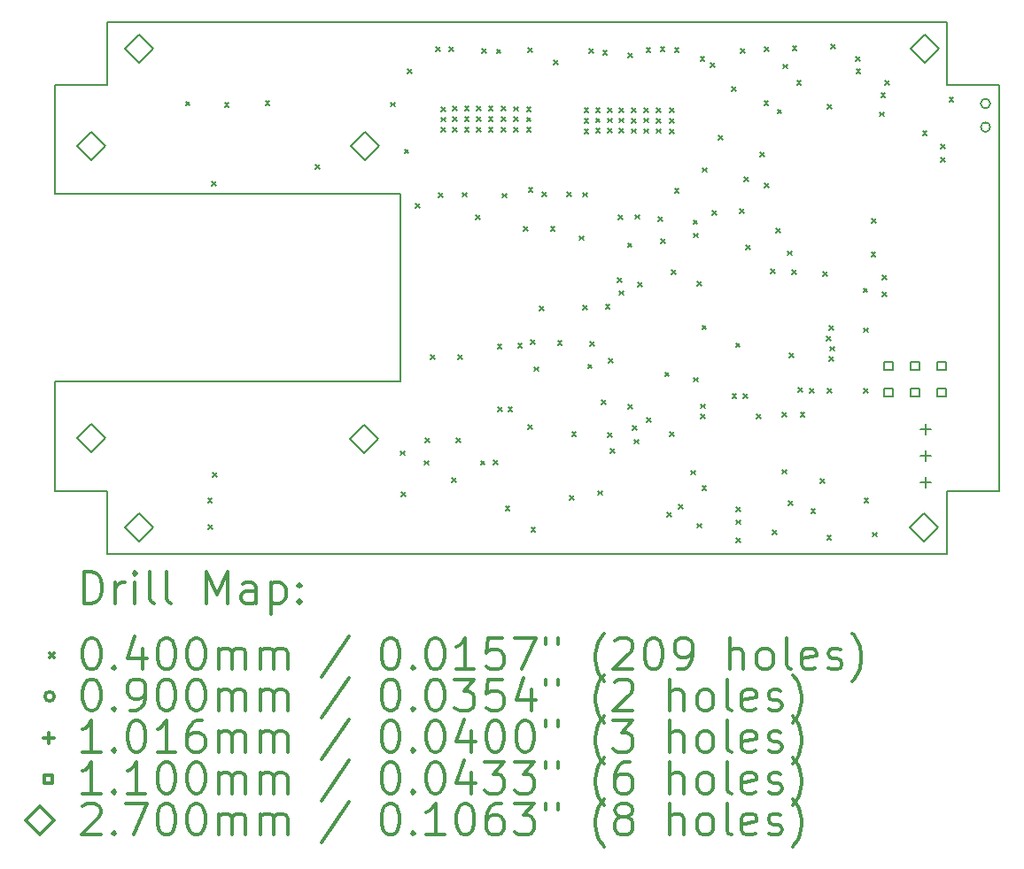
<source format=gbr>
%FSLAX45Y45*%
G04 Gerber Fmt 4.5, Leading zero omitted, Abs format (unit mm)*
G04 Created by KiCad (PCBNEW (5.1.10)-1) date 2021-07-14 15:22:44*
%MOMM*%
%LPD*%
G01*
G04 APERTURE LIST*
%TA.AperFunction,Profile*%
%ADD10C,0.203200*%
%TD*%
%ADD11C,0.200000*%
%ADD12C,0.300000*%
G04 APERTURE END LIST*
D10*
X15578460Y-9779300D02*
X15578460Y-11575080D01*
X12279000Y-9779300D02*
X15578460Y-9779300D01*
X12279000Y-8732820D02*
X12279000Y-9779300D01*
X20798160Y-8133380D02*
X12776840Y-8133380D01*
X21298540Y-8732820D02*
X21298540Y-8732820D01*
X12776840Y-12621560D02*
X12776840Y-13221000D01*
X15578460Y-11575080D02*
X12279000Y-11575080D01*
X12776840Y-8732820D02*
X12279000Y-8732820D01*
X12279000Y-12621560D02*
X12776840Y-12621560D01*
X21298540Y-12621560D02*
X21298540Y-8732820D01*
X20798160Y-12621560D02*
X21298540Y-12621560D01*
X20798160Y-13221000D02*
X20798160Y-12621560D01*
X12776840Y-13221000D02*
X20798160Y-13221000D01*
X20798160Y-8732820D02*
X20798160Y-8133380D01*
X21298540Y-8732820D02*
X20798160Y-8732820D01*
X12279000Y-11575080D02*
X12279000Y-12621560D01*
X12776840Y-8133380D02*
X12776840Y-8732820D01*
D11*
X13526000Y-8894000D02*
X13566000Y-8934000D01*
X13566000Y-8894000D02*
X13526000Y-8934000D01*
X13738000Y-12693000D02*
X13778000Y-12733000D01*
X13778000Y-12693000D02*
X13738000Y-12733000D01*
X13741000Y-12943000D02*
X13781000Y-12983000D01*
X13781000Y-12943000D02*
X13741000Y-12983000D01*
X13775000Y-9661000D02*
X13815000Y-9701000D01*
X13815000Y-9661000D02*
X13775000Y-9701000D01*
X13782000Y-12447000D02*
X13822000Y-12487000D01*
X13822000Y-12447000D02*
X13782000Y-12487000D01*
X13897000Y-8906000D02*
X13937000Y-8946000D01*
X13937000Y-8906000D02*
X13897000Y-8946000D01*
X14288000Y-8892000D02*
X14328000Y-8932000D01*
X14328000Y-8892000D02*
X14288000Y-8932000D01*
X14764000Y-9500000D02*
X14804000Y-9540000D01*
X14804000Y-9500000D02*
X14764000Y-9540000D01*
X15488000Y-8903000D02*
X15528000Y-8943000D01*
X15528000Y-8903000D02*
X15488000Y-8943000D01*
X15579000Y-12239000D02*
X15619000Y-12279000D01*
X15619000Y-12239000D02*
X15579000Y-12279000D01*
X15590000Y-12635000D02*
X15630000Y-12675000D01*
X15630000Y-12635000D02*
X15590000Y-12675000D01*
X15617234Y-9352766D02*
X15657234Y-9392766D01*
X15657234Y-9352766D02*
X15617234Y-9392766D01*
X15646370Y-8586370D02*
X15686370Y-8626370D01*
X15686370Y-8586370D02*
X15646370Y-8626370D01*
X15720501Y-9871000D02*
X15760501Y-9911000D01*
X15760501Y-9871000D02*
X15720501Y-9911000D01*
X15805000Y-12332000D02*
X15845000Y-12372000D01*
X15845000Y-12332000D02*
X15805000Y-12372000D01*
X15813000Y-12113000D02*
X15853000Y-12153000D01*
X15853000Y-12113000D02*
X15813000Y-12153000D01*
X15868000Y-11323000D02*
X15908000Y-11363000D01*
X15908000Y-11323000D02*
X15868000Y-11363000D01*
X15915500Y-8371500D02*
X15955500Y-8411500D01*
X15955500Y-8371500D02*
X15915500Y-8411500D01*
X15943000Y-9770000D02*
X15983000Y-9810000D01*
X15983000Y-9770000D02*
X15943000Y-9810000D01*
X15970000Y-8947000D02*
X16010000Y-8987000D01*
X16010000Y-8947000D02*
X15970000Y-8987000D01*
X15970000Y-9047000D02*
X16010000Y-9087000D01*
X16010000Y-9047000D02*
X15970000Y-9087000D01*
X15970000Y-9147000D02*
X16010000Y-9187000D01*
X16010000Y-9147000D02*
X15970000Y-9187000D01*
X16041766Y-8371766D02*
X16081766Y-8411766D01*
X16081766Y-8371766D02*
X16041766Y-8411766D01*
X16070000Y-12498000D02*
X16110000Y-12538000D01*
X16110000Y-12498000D02*
X16070000Y-12538000D01*
X16079609Y-8942609D02*
X16119609Y-8982609D01*
X16119609Y-8942609D02*
X16079609Y-8982609D01*
X16079609Y-9042609D02*
X16119609Y-9082609D01*
X16119609Y-9042609D02*
X16079609Y-9082609D01*
X16079609Y-9142609D02*
X16119609Y-9182609D01*
X16119609Y-9142609D02*
X16079609Y-9182609D01*
X16113000Y-12119000D02*
X16153000Y-12159000D01*
X16153000Y-12119000D02*
X16113000Y-12159000D01*
X16130000Y-11320000D02*
X16170000Y-11360000D01*
X16170000Y-11320000D02*
X16130000Y-11360000D01*
X16171000Y-9767000D02*
X16211000Y-9807000D01*
X16211000Y-9767000D02*
X16171000Y-9807000D01*
X16193000Y-8942000D02*
X16233000Y-8982000D01*
X16233000Y-8942000D02*
X16193000Y-8982000D01*
X16193000Y-9042000D02*
X16233000Y-9082000D01*
X16233000Y-9042000D02*
X16193000Y-9082000D01*
X16193000Y-9142000D02*
X16233000Y-9182000D01*
X16233000Y-9142000D02*
X16193000Y-9182000D01*
X16297000Y-9980000D02*
X16337000Y-10020000D01*
X16337000Y-9980000D02*
X16297000Y-10020000D01*
X16307000Y-8942000D02*
X16347000Y-8982000D01*
X16347000Y-8942000D02*
X16307000Y-8982000D01*
X16307000Y-9042000D02*
X16347000Y-9082000D01*
X16347000Y-9042000D02*
X16307000Y-9082000D01*
X16307000Y-9142000D02*
X16347000Y-9182000D01*
X16347000Y-9142000D02*
X16307000Y-9182000D01*
X16345000Y-12332000D02*
X16385000Y-12372000D01*
X16385000Y-12332000D02*
X16345000Y-12372000D01*
X16358000Y-8393000D02*
X16398000Y-8433000D01*
X16398000Y-8393000D02*
X16358000Y-8433000D01*
X16422000Y-8944000D02*
X16462000Y-8984000D01*
X16462000Y-8944000D02*
X16422000Y-8984000D01*
X16422000Y-9044000D02*
X16462000Y-9084000D01*
X16462000Y-9044000D02*
X16422000Y-9084000D01*
X16422000Y-9144000D02*
X16462000Y-9184000D01*
X16462000Y-9144000D02*
X16422000Y-9184000D01*
X16464750Y-12329750D02*
X16504750Y-12369750D01*
X16504750Y-12329750D02*
X16464750Y-12369750D01*
X16497000Y-8394000D02*
X16537000Y-8434000D01*
X16537000Y-8394000D02*
X16497000Y-8434000D01*
X16505000Y-11220000D02*
X16545000Y-11260000D01*
X16545000Y-11220000D02*
X16505000Y-11260000D01*
X16508000Y-11821000D02*
X16548000Y-11861000D01*
X16548000Y-11821000D02*
X16508000Y-11861000D01*
X16542000Y-8943000D02*
X16582000Y-8983000D01*
X16582000Y-8943000D02*
X16542000Y-8983000D01*
X16542000Y-9043000D02*
X16582000Y-9083000D01*
X16582000Y-9043000D02*
X16542000Y-9083000D01*
X16542000Y-9143000D02*
X16582000Y-9183000D01*
X16582000Y-9143000D02*
X16542000Y-9183000D01*
X16552000Y-9775000D02*
X16592000Y-9815000D01*
X16592000Y-9775000D02*
X16552000Y-9815000D01*
X16581000Y-12766000D02*
X16621000Y-12806000D01*
X16621000Y-12766000D02*
X16581000Y-12806000D01*
X16607993Y-11822176D02*
X16647993Y-11862176D01*
X16647993Y-11822176D02*
X16607993Y-11862176D01*
X16662000Y-8945000D02*
X16702000Y-8985000D01*
X16702000Y-8945000D02*
X16662000Y-8985000D01*
X16662000Y-9045000D02*
X16702000Y-9085000D01*
X16702000Y-9045000D02*
X16662000Y-9085000D01*
X16662000Y-9145000D02*
X16702000Y-9185000D01*
X16702000Y-9145000D02*
X16662000Y-9185000D01*
X16700000Y-11210000D02*
X16740000Y-11250000D01*
X16740000Y-11210000D02*
X16700000Y-11250000D01*
X16756000Y-10090000D02*
X16796000Y-10130000D01*
X16796000Y-10090000D02*
X16756000Y-10130000D01*
X16786000Y-8947000D02*
X16826000Y-8987000D01*
X16826000Y-8947000D02*
X16786000Y-8987000D01*
X16786000Y-9047000D02*
X16826000Y-9087000D01*
X16826000Y-9047000D02*
X16786000Y-9087000D01*
X16786000Y-9147000D02*
X16826000Y-9187000D01*
X16826000Y-9147000D02*
X16786000Y-9187000D01*
X16795000Y-8381000D02*
X16835000Y-8421000D01*
X16835000Y-8381000D02*
X16795000Y-8421000D01*
X16798000Y-11988000D02*
X16838000Y-12028000D01*
X16838000Y-11988000D02*
X16798000Y-12028000D01*
X16803000Y-9722000D02*
X16843000Y-9762000D01*
X16843000Y-9722000D02*
X16803000Y-9762000D01*
X16822000Y-11175000D02*
X16862000Y-11215000D01*
X16862000Y-11175000D02*
X16822000Y-11215000D01*
X16827000Y-12974000D02*
X16867000Y-13014000D01*
X16867000Y-12974000D02*
X16827000Y-13014000D01*
X16855000Y-11435000D02*
X16895000Y-11475000D01*
X16895000Y-11435000D02*
X16855000Y-11475000D01*
X16909000Y-10853000D02*
X16949000Y-10893000D01*
X16949000Y-10853000D02*
X16909000Y-10893000D01*
X16931655Y-9759501D02*
X16971655Y-9799501D01*
X16971655Y-9759501D02*
X16931655Y-9799501D01*
X17014000Y-10091000D02*
X17054000Y-10131000D01*
X17054000Y-10091000D02*
X17014000Y-10131000D01*
X17045000Y-8500000D02*
X17085000Y-8540000D01*
X17085000Y-8500000D02*
X17045000Y-8540000D01*
X17082000Y-11185000D02*
X17122000Y-11225000D01*
X17122000Y-11185000D02*
X17082000Y-11225000D01*
X17167500Y-9759501D02*
X17207500Y-9799501D01*
X17207500Y-9759501D02*
X17167500Y-9799501D01*
X17195000Y-12668000D02*
X17235000Y-12708000D01*
X17235000Y-12668000D02*
X17195000Y-12708000D01*
X17216000Y-12058000D02*
X17256000Y-12098000D01*
X17256000Y-12058000D02*
X17216000Y-12098000D01*
X17287000Y-10181000D02*
X17327000Y-10221000D01*
X17327000Y-10181000D02*
X17287000Y-10221000D01*
X17324000Y-10847000D02*
X17364000Y-10887000D01*
X17364000Y-10847000D02*
X17324000Y-10887000D01*
X17325000Y-9767000D02*
X17365000Y-9807000D01*
X17365000Y-9767000D02*
X17325000Y-9807000D01*
X17335000Y-8960000D02*
X17375000Y-9000000D01*
X17375000Y-8960000D02*
X17335000Y-9000000D01*
X17335000Y-9060000D02*
X17375000Y-9100000D01*
X17375000Y-9060000D02*
X17335000Y-9100000D01*
X17335000Y-9160000D02*
X17375000Y-9200000D01*
X17375000Y-9160000D02*
X17335000Y-9200000D01*
X17369000Y-11408000D02*
X17409000Y-11448000D01*
X17409000Y-11408000D02*
X17369000Y-11448000D01*
X17381000Y-8391000D02*
X17421000Y-8431000D01*
X17421000Y-8391000D02*
X17381000Y-8431000D01*
X17388000Y-11191000D02*
X17428000Y-11231000D01*
X17428000Y-11191000D02*
X17388000Y-11231000D01*
X17444609Y-8955609D02*
X17484609Y-8995609D01*
X17484609Y-8955609D02*
X17444609Y-8995609D01*
X17444609Y-9055609D02*
X17484609Y-9095609D01*
X17484609Y-9055609D02*
X17444609Y-9095609D01*
X17444609Y-9155609D02*
X17484609Y-9195609D01*
X17484609Y-9155609D02*
X17444609Y-9195609D01*
X17465000Y-12620000D02*
X17505000Y-12660000D01*
X17505000Y-12620000D02*
X17465000Y-12660000D01*
X17498851Y-11752095D02*
X17538851Y-11792095D01*
X17538851Y-11752095D02*
X17498851Y-11792095D01*
X17514000Y-8405000D02*
X17554000Y-8445000D01*
X17554000Y-8405000D02*
X17514000Y-8445000D01*
X17539000Y-10838000D02*
X17579000Y-10878000D01*
X17579000Y-10838000D02*
X17539000Y-10878000D01*
X17558000Y-8955000D02*
X17598000Y-8995000D01*
X17598000Y-8955000D02*
X17558000Y-8995000D01*
X17558000Y-9055000D02*
X17598000Y-9095000D01*
X17598000Y-9055000D02*
X17558000Y-9095000D01*
X17558000Y-9155000D02*
X17598000Y-9195000D01*
X17598000Y-9155000D02*
X17558000Y-9195000D01*
X17559000Y-12067000D02*
X17599000Y-12107000D01*
X17599000Y-12067000D02*
X17559000Y-12107000D01*
X17571000Y-11356000D02*
X17611000Y-11396000D01*
X17611000Y-11356000D02*
X17571000Y-11396000D01*
X17583000Y-12215001D02*
X17623000Y-12255001D01*
X17623000Y-12215001D02*
X17583000Y-12255001D01*
X17651266Y-10583734D02*
X17691266Y-10623734D01*
X17691266Y-10583734D02*
X17651266Y-10623734D01*
X17662000Y-9980000D02*
X17702000Y-10020000D01*
X17702000Y-9980000D02*
X17662000Y-10020000D01*
X17672000Y-8955000D02*
X17712000Y-8995000D01*
X17712000Y-8955000D02*
X17672000Y-8995000D01*
X17672000Y-9055000D02*
X17712000Y-9095000D01*
X17712000Y-9055000D02*
X17672000Y-9095000D01*
X17672000Y-9155000D02*
X17712000Y-9195000D01*
X17712000Y-9155000D02*
X17672000Y-9195000D01*
X17672000Y-10707000D02*
X17712000Y-10747000D01*
X17712000Y-10707000D02*
X17672000Y-10747000D01*
X17751242Y-10249212D02*
X17791242Y-10289212D01*
X17791242Y-10249212D02*
X17751242Y-10289212D01*
X17755000Y-11792000D02*
X17795000Y-11832000D01*
X17795000Y-11792000D02*
X17755000Y-11832000D01*
X17756000Y-8432000D02*
X17796000Y-8472000D01*
X17796000Y-8432000D02*
X17756000Y-8472000D01*
X17787000Y-8957000D02*
X17827000Y-8997000D01*
X17827000Y-8957000D02*
X17787000Y-8997000D01*
X17787000Y-9057000D02*
X17827000Y-9097000D01*
X17827000Y-9057000D02*
X17787000Y-9097000D01*
X17787000Y-9157000D02*
X17827000Y-9197000D01*
X17827000Y-9157000D02*
X17787000Y-9197000D01*
X17796000Y-11997000D02*
X17836000Y-12037000D01*
X17836000Y-11997000D02*
X17796000Y-12037000D01*
X17817000Y-12129500D02*
X17857000Y-12169500D01*
X17857000Y-12129500D02*
X17817000Y-12169500D01*
X17820000Y-9979000D02*
X17860000Y-10019000D01*
X17860000Y-9979000D02*
X17820000Y-10019000D01*
X17850000Y-10625000D02*
X17890000Y-10665000D01*
X17890000Y-10625000D02*
X17850000Y-10665000D01*
X17907000Y-8956000D02*
X17947000Y-8996000D01*
X17947000Y-8956000D02*
X17907000Y-8996000D01*
X17907000Y-9056000D02*
X17947000Y-9096000D01*
X17947000Y-9056000D02*
X17907000Y-9096000D01*
X17907000Y-9156000D02*
X17947000Y-9196000D01*
X17947000Y-9156000D02*
X17907000Y-9196000D01*
X17929000Y-8380000D02*
X17969000Y-8420000D01*
X17969000Y-8380000D02*
X17929000Y-8420000D01*
X17932000Y-11924000D02*
X17972000Y-11964000D01*
X17972000Y-11924000D02*
X17932000Y-11964000D01*
X18027000Y-8958000D02*
X18067000Y-8998000D01*
X18067000Y-8958000D02*
X18027000Y-8998000D01*
X18027000Y-9058000D02*
X18067000Y-9098000D01*
X18067000Y-9058000D02*
X18027000Y-9098000D01*
X18027000Y-9158000D02*
X18067000Y-9198000D01*
X18067000Y-9158000D02*
X18027000Y-9198000D01*
X18045000Y-9999000D02*
X18085000Y-10039000D01*
X18085000Y-9999000D02*
X18045000Y-10039000D01*
X18064000Y-8374000D02*
X18104000Y-8414000D01*
X18104000Y-8374000D02*
X18064000Y-8414000D01*
X18070000Y-10209000D02*
X18110000Y-10249000D01*
X18110000Y-10209000D02*
X18070000Y-10249000D01*
X18105000Y-11486000D02*
X18145000Y-11526000D01*
X18145000Y-11486000D02*
X18105000Y-11526000D01*
X18128000Y-12830000D02*
X18168000Y-12870000D01*
X18168000Y-12830000D02*
X18128000Y-12870000D01*
X18151000Y-8960000D02*
X18191000Y-9000000D01*
X18191000Y-8960000D02*
X18151000Y-9000000D01*
X18151000Y-9060000D02*
X18191000Y-9100000D01*
X18191000Y-9060000D02*
X18151000Y-9100000D01*
X18151000Y-9160000D02*
X18191000Y-9200000D01*
X18191000Y-9160000D02*
X18151000Y-9200000D01*
X18152000Y-12059000D02*
X18192000Y-12099000D01*
X18192000Y-12059000D02*
X18152000Y-12099000D01*
X18167000Y-10506000D02*
X18207000Y-10546000D01*
X18207000Y-10506000D02*
X18167000Y-10546000D01*
X18198485Y-9728515D02*
X18238485Y-9768515D01*
X18238485Y-9728515D02*
X18198485Y-9768515D01*
X18200000Y-8380000D02*
X18240000Y-8420000D01*
X18240000Y-8380000D02*
X18200000Y-8420000D01*
X18238000Y-12754000D02*
X18278000Y-12794000D01*
X18278000Y-12754000D02*
X18238000Y-12794000D01*
X18354000Y-12426000D02*
X18394000Y-12466000D01*
X18394000Y-12426000D02*
X18354000Y-12466000D01*
X18376000Y-10028000D02*
X18416000Y-10068000D01*
X18416000Y-10028000D02*
X18376000Y-10068000D01*
X18381000Y-10156000D02*
X18421000Y-10196000D01*
X18421000Y-10156000D02*
X18381000Y-10196000D01*
X18381000Y-11535000D02*
X18421000Y-11575000D01*
X18421000Y-11535000D02*
X18381000Y-11575000D01*
X18415000Y-10618000D02*
X18455000Y-10658000D01*
X18455000Y-10618000D02*
X18415000Y-10658000D01*
X18416000Y-12934000D02*
X18456000Y-12974000D01*
X18456000Y-12934000D02*
X18416000Y-12974000D01*
X18445000Y-8465000D02*
X18485000Y-8505000D01*
X18485000Y-8465000D02*
X18445000Y-8505000D01*
X18447948Y-11790005D02*
X18487948Y-11830005D01*
X18487948Y-11790005D02*
X18447948Y-11830005D01*
X18449000Y-11890000D02*
X18489000Y-11930000D01*
X18489000Y-11890000D02*
X18449000Y-11930000D01*
X18461000Y-11036000D02*
X18501000Y-11076000D01*
X18501000Y-11036000D02*
X18461000Y-11076000D01*
X18461000Y-12572000D02*
X18501000Y-12612000D01*
X18501000Y-12572000D02*
X18461000Y-12612000D01*
X18466370Y-9528630D02*
X18506370Y-9568630D01*
X18506370Y-9528630D02*
X18466370Y-9568630D01*
X18544000Y-8526000D02*
X18584000Y-8566000D01*
X18584000Y-8526000D02*
X18544000Y-8566000D01*
X18556000Y-9941000D02*
X18596000Y-9981000D01*
X18596000Y-9941000D02*
X18556000Y-9981000D01*
X18621000Y-9220000D02*
X18661000Y-9260000D01*
X18661000Y-9220000D02*
X18621000Y-9260000D01*
X18748000Y-8752500D02*
X18788000Y-8792500D01*
X18788000Y-8752500D02*
X18748000Y-8792500D01*
X18749000Y-11694000D02*
X18789000Y-11734000D01*
X18789000Y-11694000D02*
X18749000Y-11734000D01*
X18783000Y-11206000D02*
X18823000Y-11246000D01*
X18823000Y-11206000D02*
X18783000Y-11246000D01*
X18787000Y-12900000D02*
X18827000Y-12940000D01*
X18827000Y-12900000D02*
X18787000Y-12940000D01*
X18789000Y-13073000D02*
X18829000Y-13113000D01*
X18829000Y-13073000D02*
X18789000Y-13113000D01*
X18790000Y-12774000D02*
X18830000Y-12814000D01*
X18830000Y-12774000D02*
X18790000Y-12814000D01*
X18819000Y-9926000D02*
X18859000Y-9966000D01*
X18859000Y-9926000D02*
X18819000Y-9966000D01*
X18827000Y-8393000D02*
X18867000Y-8433000D01*
X18867000Y-8393000D02*
X18827000Y-8433000D01*
X18856000Y-11695000D02*
X18896000Y-11735000D01*
X18896000Y-11695000D02*
X18856000Y-11735000D01*
X18862000Y-9619000D02*
X18902000Y-9659000D01*
X18902000Y-9619000D02*
X18862000Y-9659000D01*
X18880000Y-10270000D02*
X18920000Y-10310000D01*
X18920000Y-10270000D02*
X18880000Y-10310000D01*
X18985000Y-11887000D02*
X19025000Y-11927000D01*
X19025000Y-11887000D02*
X18985000Y-11927000D01*
X19018000Y-9381000D02*
X19058000Y-9421000D01*
X19058000Y-9381000D02*
X19018000Y-9421000D01*
X19054000Y-8892000D02*
X19094000Y-8932000D01*
X19094000Y-8892000D02*
X19054000Y-8932000D01*
X19059000Y-9679000D02*
X19099000Y-9719000D01*
X19099000Y-9679000D02*
X19059000Y-9719000D01*
X19061000Y-8373000D02*
X19101000Y-8413000D01*
X19101000Y-8373000D02*
X19061000Y-8413000D01*
X19117000Y-10497000D02*
X19157000Y-10537000D01*
X19157000Y-10497000D02*
X19117000Y-10537000D01*
X19132000Y-12999000D02*
X19172000Y-13039000D01*
X19172000Y-12999000D02*
X19132000Y-13039000D01*
X19171000Y-10109000D02*
X19211000Y-10149000D01*
X19211000Y-10109000D02*
X19171000Y-10149000D01*
X19181000Y-8970000D02*
X19221000Y-9010000D01*
X19221000Y-8970000D02*
X19181000Y-9010000D01*
X19228000Y-12416500D02*
X19268000Y-12456500D01*
X19268000Y-12416500D02*
X19228000Y-12456500D01*
X19230000Y-11873000D02*
X19270000Y-11913000D01*
X19270000Y-11873000D02*
X19230000Y-11913000D01*
X19237336Y-8539501D02*
X19277336Y-8579501D01*
X19277336Y-8539501D02*
X19237336Y-8579501D01*
X19276000Y-10325000D02*
X19316000Y-10365000D01*
X19316000Y-10325000D02*
X19276000Y-10365000D01*
X19285015Y-12719252D02*
X19325015Y-12759252D01*
X19325015Y-12719252D02*
X19285015Y-12759252D01*
X19297000Y-11304000D02*
X19337000Y-11344000D01*
X19337000Y-11304000D02*
X19297000Y-11344000D01*
X19318000Y-10510000D02*
X19358000Y-10550000D01*
X19358000Y-10510000D02*
X19318000Y-10550000D01*
X19326402Y-8364083D02*
X19366402Y-8404083D01*
X19366402Y-8364083D02*
X19326402Y-8404083D01*
X19367000Y-8696000D02*
X19407000Y-8736000D01*
X19407000Y-8696000D02*
X19367000Y-8736000D01*
X19378000Y-11632000D02*
X19418000Y-11672000D01*
X19418000Y-11632000D02*
X19378000Y-11672000D01*
X19401000Y-11869000D02*
X19441000Y-11909000D01*
X19441000Y-11869000D02*
X19401000Y-11909000D01*
X19490000Y-11642000D02*
X19530000Y-11682000D01*
X19530000Y-11642000D02*
X19490000Y-11682000D01*
X19504000Y-12796000D02*
X19544000Y-12836000D01*
X19544000Y-12796000D02*
X19504000Y-12836000D01*
X19590000Y-12506000D02*
X19630000Y-12546000D01*
X19630000Y-12506000D02*
X19590000Y-12546000D01*
X19618000Y-10525000D02*
X19658000Y-10565000D01*
X19658000Y-10525000D02*
X19618000Y-10565000D01*
X19652805Y-11139728D02*
X19692805Y-11179728D01*
X19692805Y-11139728D02*
X19652805Y-11179728D01*
X19655000Y-13048000D02*
X19695000Y-13088000D01*
X19695000Y-13048000D02*
X19655000Y-13088000D01*
X19660000Y-8925000D02*
X19700000Y-8965000D01*
X19700000Y-8925000D02*
X19660000Y-8965000D01*
X19661000Y-11641000D02*
X19701000Y-11681000D01*
X19701000Y-11641000D02*
X19661000Y-11681000D01*
X19674000Y-11042000D02*
X19714000Y-11082000D01*
X19714000Y-11042000D02*
X19674000Y-11082000D01*
X19677630Y-11338797D02*
X19717630Y-11378797D01*
X19717630Y-11338797D02*
X19677630Y-11378797D01*
X19684000Y-11239000D02*
X19724000Y-11279000D01*
X19724000Y-11239000D02*
X19684000Y-11279000D01*
X19694000Y-8350000D02*
X19734000Y-8390000D01*
X19734000Y-8350000D02*
X19694000Y-8390000D01*
X19932000Y-8469000D02*
X19972000Y-8509000D01*
X19972000Y-8469000D02*
X19932000Y-8509000D01*
X19935000Y-8588000D02*
X19975000Y-8628000D01*
X19975000Y-8588000D02*
X19935000Y-8628000D01*
X20001499Y-10680000D02*
X20041499Y-10720000D01*
X20041499Y-10680000D02*
X20001499Y-10720000D01*
X20004001Y-11643000D02*
X20044001Y-11683000D01*
X20044001Y-11643000D02*
X20004001Y-11683000D01*
X20004500Y-11062015D02*
X20044500Y-11102015D01*
X20044500Y-11062015D02*
X20004500Y-11102015D01*
X20011000Y-12692000D02*
X20051000Y-12732000D01*
X20051000Y-12692000D02*
X20011000Y-12732000D01*
X20078403Y-10337306D02*
X20118403Y-10377306D01*
X20118403Y-10337306D02*
X20078403Y-10377306D01*
X20085000Y-10018000D02*
X20125000Y-10058000D01*
X20125000Y-10018000D02*
X20085000Y-10058000D01*
X20093000Y-13017000D02*
X20133000Y-13057000D01*
X20133000Y-13017000D02*
X20093000Y-13057000D01*
X20159000Y-8997000D02*
X20199000Y-9037000D01*
X20199000Y-8997000D02*
X20159000Y-9037000D01*
X20171001Y-8815499D02*
X20211001Y-8855499D01*
X20211001Y-8815499D02*
X20171001Y-8855499D01*
X20184000Y-10716000D02*
X20224000Y-10756000D01*
X20224000Y-10716000D02*
X20184000Y-10756000D01*
X20185513Y-10559204D02*
X20225513Y-10599204D01*
X20225513Y-10559204D02*
X20185513Y-10599204D01*
X20207500Y-8696500D02*
X20247500Y-8736500D01*
X20247500Y-8696500D02*
X20207500Y-8736500D01*
X20570000Y-9177000D02*
X20610000Y-9217000D01*
X20610000Y-9177000D02*
X20570000Y-9217000D01*
X20741000Y-9430000D02*
X20781000Y-9470000D01*
X20781000Y-9430000D02*
X20741000Y-9470000D01*
X20745000Y-9303000D02*
X20785000Y-9343000D01*
X20785000Y-9303000D02*
X20745000Y-9343000D01*
X20825000Y-8854000D02*
X20865000Y-8894000D01*
X20865000Y-8854000D02*
X20825000Y-8894000D01*
X21215000Y-8915000D02*
G75*
G03*
X21215000Y-8915000I-45000J0D01*
G01*
X21215000Y-9140000D02*
G75*
G03*
X21215000Y-9140000I-45000J0D01*
G01*
X20600000Y-11981200D02*
X20600000Y-12082800D01*
X20549200Y-12032000D02*
X20650800Y-12032000D01*
X20600000Y-12235200D02*
X20600000Y-12336800D01*
X20549200Y-12286000D02*
X20650800Y-12286000D01*
X20600000Y-12489200D02*
X20600000Y-12590800D01*
X20549200Y-12540000D02*
X20650800Y-12540000D01*
X20280891Y-11462891D02*
X20280891Y-11385109D01*
X20203109Y-11385109D01*
X20203109Y-11462891D01*
X20280891Y-11462891D01*
X20280891Y-11716891D02*
X20280891Y-11639109D01*
X20203109Y-11639109D01*
X20203109Y-11716891D01*
X20280891Y-11716891D01*
X20534891Y-11462891D02*
X20534891Y-11385109D01*
X20457109Y-11385109D01*
X20457109Y-11462891D01*
X20534891Y-11462891D01*
X20534891Y-11716891D02*
X20534891Y-11639109D01*
X20457109Y-11639109D01*
X20457109Y-11716891D01*
X20534891Y-11716891D01*
X20788891Y-11462891D02*
X20788891Y-11385109D01*
X20711109Y-11385109D01*
X20711109Y-11462891D01*
X20788891Y-11462891D01*
X20788891Y-11716891D02*
X20788891Y-11639109D01*
X20711109Y-11639109D01*
X20711109Y-11716891D01*
X20788891Y-11716891D01*
X12626340Y-9457560D02*
X12761340Y-9322560D01*
X12626340Y-9187560D01*
X12491340Y-9322560D01*
X12626340Y-9457560D01*
X12626340Y-12251560D02*
X12761340Y-12116560D01*
X12626340Y-11981560D01*
X12491340Y-12116560D01*
X12626340Y-12251560D01*
X13083000Y-8528000D02*
X13218000Y-8393000D01*
X13083000Y-8258000D01*
X12948000Y-8393000D01*
X13083000Y-8528000D01*
X13083540Y-13102460D02*
X13218540Y-12967460D01*
X13083540Y-12832460D01*
X12948540Y-12967460D01*
X13083540Y-13102460D01*
X15229840Y-12261720D02*
X15364840Y-12126720D01*
X15229840Y-11991720D01*
X15094840Y-12126720D01*
X15229840Y-12261720D01*
X15237460Y-9455020D02*
X15372460Y-9320020D01*
X15237460Y-9185020D01*
X15102460Y-9320020D01*
X15237460Y-9455020D01*
X20584160Y-13105000D02*
X20719160Y-12970000D01*
X20584160Y-12835000D01*
X20449160Y-12970000D01*
X20584160Y-13105000D01*
X20586700Y-8525380D02*
X20721700Y-8390380D01*
X20586700Y-8255380D01*
X20451700Y-8390380D01*
X20586700Y-8525380D01*
D12*
X12555268Y-13696874D02*
X12555268Y-13396874D01*
X12626697Y-13396874D01*
X12669554Y-13411160D01*
X12698126Y-13439731D01*
X12712411Y-13468303D01*
X12726697Y-13525446D01*
X12726697Y-13568303D01*
X12712411Y-13625446D01*
X12698126Y-13654017D01*
X12669554Y-13682589D01*
X12626697Y-13696874D01*
X12555268Y-13696874D01*
X12855268Y-13696874D02*
X12855268Y-13496874D01*
X12855268Y-13554017D02*
X12869554Y-13525446D01*
X12883840Y-13511160D01*
X12912411Y-13496874D01*
X12940983Y-13496874D01*
X13040983Y-13696874D02*
X13040983Y-13496874D01*
X13040983Y-13396874D02*
X13026697Y-13411160D01*
X13040983Y-13425446D01*
X13055268Y-13411160D01*
X13040983Y-13396874D01*
X13040983Y-13425446D01*
X13226697Y-13696874D02*
X13198126Y-13682589D01*
X13183840Y-13654017D01*
X13183840Y-13396874D01*
X13383840Y-13696874D02*
X13355268Y-13682589D01*
X13340983Y-13654017D01*
X13340983Y-13396874D01*
X13726697Y-13696874D02*
X13726697Y-13396874D01*
X13826697Y-13611160D01*
X13926697Y-13396874D01*
X13926697Y-13696874D01*
X14198126Y-13696874D02*
X14198126Y-13539731D01*
X14183840Y-13511160D01*
X14155268Y-13496874D01*
X14098126Y-13496874D01*
X14069554Y-13511160D01*
X14198126Y-13682589D02*
X14169554Y-13696874D01*
X14098126Y-13696874D01*
X14069554Y-13682589D01*
X14055268Y-13654017D01*
X14055268Y-13625446D01*
X14069554Y-13596874D01*
X14098126Y-13582589D01*
X14169554Y-13582589D01*
X14198126Y-13568303D01*
X14340983Y-13496874D02*
X14340983Y-13796874D01*
X14340983Y-13511160D02*
X14369554Y-13496874D01*
X14426697Y-13496874D01*
X14455268Y-13511160D01*
X14469554Y-13525446D01*
X14483840Y-13554017D01*
X14483840Y-13639731D01*
X14469554Y-13668303D01*
X14455268Y-13682589D01*
X14426697Y-13696874D01*
X14369554Y-13696874D01*
X14340983Y-13682589D01*
X14612411Y-13668303D02*
X14626697Y-13682589D01*
X14612411Y-13696874D01*
X14598126Y-13682589D01*
X14612411Y-13668303D01*
X14612411Y-13696874D01*
X14612411Y-13511160D02*
X14626697Y-13525446D01*
X14612411Y-13539731D01*
X14598126Y-13525446D01*
X14612411Y-13511160D01*
X14612411Y-13539731D01*
X12228840Y-14171160D02*
X12268840Y-14211160D01*
X12268840Y-14171160D02*
X12228840Y-14211160D01*
X12612411Y-14026874D02*
X12640983Y-14026874D01*
X12669554Y-14041160D01*
X12683840Y-14055446D01*
X12698126Y-14084017D01*
X12712411Y-14141160D01*
X12712411Y-14212589D01*
X12698126Y-14269731D01*
X12683840Y-14298303D01*
X12669554Y-14312589D01*
X12640983Y-14326874D01*
X12612411Y-14326874D01*
X12583840Y-14312589D01*
X12569554Y-14298303D01*
X12555268Y-14269731D01*
X12540983Y-14212589D01*
X12540983Y-14141160D01*
X12555268Y-14084017D01*
X12569554Y-14055446D01*
X12583840Y-14041160D01*
X12612411Y-14026874D01*
X12840983Y-14298303D02*
X12855268Y-14312589D01*
X12840983Y-14326874D01*
X12826697Y-14312589D01*
X12840983Y-14298303D01*
X12840983Y-14326874D01*
X13112411Y-14126874D02*
X13112411Y-14326874D01*
X13040983Y-14012589D02*
X12969554Y-14226874D01*
X13155268Y-14226874D01*
X13326697Y-14026874D02*
X13355268Y-14026874D01*
X13383840Y-14041160D01*
X13398126Y-14055446D01*
X13412411Y-14084017D01*
X13426697Y-14141160D01*
X13426697Y-14212589D01*
X13412411Y-14269731D01*
X13398126Y-14298303D01*
X13383840Y-14312589D01*
X13355268Y-14326874D01*
X13326697Y-14326874D01*
X13298126Y-14312589D01*
X13283840Y-14298303D01*
X13269554Y-14269731D01*
X13255268Y-14212589D01*
X13255268Y-14141160D01*
X13269554Y-14084017D01*
X13283840Y-14055446D01*
X13298126Y-14041160D01*
X13326697Y-14026874D01*
X13612411Y-14026874D02*
X13640983Y-14026874D01*
X13669554Y-14041160D01*
X13683840Y-14055446D01*
X13698126Y-14084017D01*
X13712411Y-14141160D01*
X13712411Y-14212589D01*
X13698126Y-14269731D01*
X13683840Y-14298303D01*
X13669554Y-14312589D01*
X13640983Y-14326874D01*
X13612411Y-14326874D01*
X13583840Y-14312589D01*
X13569554Y-14298303D01*
X13555268Y-14269731D01*
X13540983Y-14212589D01*
X13540983Y-14141160D01*
X13555268Y-14084017D01*
X13569554Y-14055446D01*
X13583840Y-14041160D01*
X13612411Y-14026874D01*
X13840983Y-14326874D02*
X13840983Y-14126874D01*
X13840983Y-14155446D02*
X13855268Y-14141160D01*
X13883840Y-14126874D01*
X13926697Y-14126874D01*
X13955268Y-14141160D01*
X13969554Y-14169731D01*
X13969554Y-14326874D01*
X13969554Y-14169731D02*
X13983840Y-14141160D01*
X14012411Y-14126874D01*
X14055268Y-14126874D01*
X14083840Y-14141160D01*
X14098126Y-14169731D01*
X14098126Y-14326874D01*
X14240983Y-14326874D02*
X14240983Y-14126874D01*
X14240983Y-14155446D02*
X14255268Y-14141160D01*
X14283840Y-14126874D01*
X14326697Y-14126874D01*
X14355268Y-14141160D01*
X14369554Y-14169731D01*
X14369554Y-14326874D01*
X14369554Y-14169731D02*
X14383840Y-14141160D01*
X14412411Y-14126874D01*
X14455268Y-14126874D01*
X14483840Y-14141160D01*
X14498126Y-14169731D01*
X14498126Y-14326874D01*
X15083840Y-14012589D02*
X14826697Y-14398303D01*
X15469554Y-14026874D02*
X15498126Y-14026874D01*
X15526697Y-14041160D01*
X15540983Y-14055446D01*
X15555268Y-14084017D01*
X15569554Y-14141160D01*
X15569554Y-14212589D01*
X15555268Y-14269731D01*
X15540983Y-14298303D01*
X15526697Y-14312589D01*
X15498126Y-14326874D01*
X15469554Y-14326874D01*
X15440983Y-14312589D01*
X15426697Y-14298303D01*
X15412411Y-14269731D01*
X15398126Y-14212589D01*
X15398126Y-14141160D01*
X15412411Y-14084017D01*
X15426697Y-14055446D01*
X15440983Y-14041160D01*
X15469554Y-14026874D01*
X15698126Y-14298303D02*
X15712411Y-14312589D01*
X15698126Y-14326874D01*
X15683840Y-14312589D01*
X15698126Y-14298303D01*
X15698126Y-14326874D01*
X15898126Y-14026874D02*
X15926697Y-14026874D01*
X15955268Y-14041160D01*
X15969554Y-14055446D01*
X15983840Y-14084017D01*
X15998126Y-14141160D01*
X15998126Y-14212589D01*
X15983840Y-14269731D01*
X15969554Y-14298303D01*
X15955268Y-14312589D01*
X15926697Y-14326874D01*
X15898126Y-14326874D01*
X15869554Y-14312589D01*
X15855268Y-14298303D01*
X15840983Y-14269731D01*
X15826697Y-14212589D01*
X15826697Y-14141160D01*
X15840983Y-14084017D01*
X15855268Y-14055446D01*
X15869554Y-14041160D01*
X15898126Y-14026874D01*
X16283840Y-14326874D02*
X16112411Y-14326874D01*
X16198126Y-14326874D02*
X16198126Y-14026874D01*
X16169554Y-14069731D01*
X16140983Y-14098303D01*
X16112411Y-14112589D01*
X16555268Y-14026874D02*
X16412411Y-14026874D01*
X16398126Y-14169731D01*
X16412411Y-14155446D01*
X16440983Y-14141160D01*
X16512411Y-14141160D01*
X16540983Y-14155446D01*
X16555268Y-14169731D01*
X16569554Y-14198303D01*
X16569554Y-14269731D01*
X16555268Y-14298303D01*
X16540983Y-14312589D01*
X16512411Y-14326874D01*
X16440983Y-14326874D01*
X16412411Y-14312589D01*
X16398126Y-14298303D01*
X16669554Y-14026874D02*
X16869554Y-14026874D01*
X16740983Y-14326874D01*
X16969554Y-14026874D02*
X16969554Y-14084017D01*
X17083840Y-14026874D02*
X17083840Y-14084017D01*
X17526697Y-14441160D02*
X17512411Y-14426874D01*
X17483840Y-14384017D01*
X17469554Y-14355446D01*
X17455268Y-14312589D01*
X17440983Y-14241160D01*
X17440983Y-14184017D01*
X17455268Y-14112589D01*
X17469554Y-14069731D01*
X17483840Y-14041160D01*
X17512411Y-13998303D01*
X17526697Y-13984017D01*
X17626697Y-14055446D02*
X17640983Y-14041160D01*
X17669554Y-14026874D01*
X17740983Y-14026874D01*
X17769554Y-14041160D01*
X17783840Y-14055446D01*
X17798126Y-14084017D01*
X17798126Y-14112589D01*
X17783840Y-14155446D01*
X17612411Y-14326874D01*
X17798126Y-14326874D01*
X17983840Y-14026874D02*
X18012411Y-14026874D01*
X18040983Y-14041160D01*
X18055268Y-14055446D01*
X18069554Y-14084017D01*
X18083840Y-14141160D01*
X18083840Y-14212589D01*
X18069554Y-14269731D01*
X18055268Y-14298303D01*
X18040983Y-14312589D01*
X18012411Y-14326874D01*
X17983840Y-14326874D01*
X17955268Y-14312589D01*
X17940983Y-14298303D01*
X17926697Y-14269731D01*
X17912411Y-14212589D01*
X17912411Y-14141160D01*
X17926697Y-14084017D01*
X17940983Y-14055446D01*
X17955268Y-14041160D01*
X17983840Y-14026874D01*
X18226697Y-14326874D02*
X18283840Y-14326874D01*
X18312411Y-14312589D01*
X18326697Y-14298303D01*
X18355268Y-14255446D01*
X18369554Y-14198303D01*
X18369554Y-14084017D01*
X18355268Y-14055446D01*
X18340983Y-14041160D01*
X18312411Y-14026874D01*
X18255268Y-14026874D01*
X18226697Y-14041160D01*
X18212411Y-14055446D01*
X18198126Y-14084017D01*
X18198126Y-14155446D01*
X18212411Y-14184017D01*
X18226697Y-14198303D01*
X18255268Y-14212589D01*
X18312411Y-14212589D01*
X18340983Y-14198303D01*
X18355268Y-14184017D01*
X18369554Y-14155446D01*
X18726697Y-14326874D02*
X18726697Y-14026874D01*
X18855268Y-14326874D02*
X18855268Y-14169731D01*
X18840983Y-14141160D01*
X18812411Y-14126874D01*
X18769554Y-14126874D01*
X18740983Y-14141160D01*
X18726697Y-14155446D01*
X19040983Y-14326874D02*
X19012411Y-14312589D01*
X18998126Y-14298303D01*
X18983840Y-14269731D01*
X18983840Y-14184017D01*
X18998126Y-14155446D01*
X19012411Y-14141160D01*
X19040983Y-14126874D01*
X19083840Y-14126874D01*
X19112411Y-14141160D01*
X19126697Y-14155446D01*
X19140983Y-14184017D01*
X19140983Y-14269731D01*
X19126697Y-14298303D01*
X19112411Y-14312589D01*
X19083840Y-14326874D01*
X19040983Y-14326874D01*
X19312411Y-14326874D02*
X19283840Y-14312589D01*
X19269554Y-14284017D01*
X19269554Y-14026874D01*
X19540983Y-14312589D02*
X19512411Y-14326874D01*
X19455268Y-14326874D01*
X19426697Y-14312589D01*
X19412411Y-14284017D01*
X19412411Y-14169731D01*
X19426697Y-14141160D01*
X19455268Y-14126874D01*
X19512411Y-14126874D01*
X19540983Y-14141160D01*
X19555268Y-14169731D01*
X19555268Y-14198303D01*
X19412411Y-14226874D01*
X19669554Y-14312589D02*
X19698126Y-14326874D01*
X19755268Y-14326874D01*
X19783840Y-14312589D01*
X19798126Y-14284017D01*
X19798126Y-14269731D01*
X19783840Y-14241160D01*
X19755268Y-14226874D01*
X19712411Y-14226874D01*
X19683840Y-14212589D01*
X19669554Y-14184017D01*
X19669554Y-14169731D01*
X19683840Y-14141160D01*
X19712411Y-14126874D01*
X19755268Y-14126874D01*
X19783840Y-14141160D01*
X19898126Y-14441160D02*
X19912411Y-14426874D01*
X19940983Y-14384017D01*
X19955268Y-14355446D01*
X19969554Y-14312589D01*
X19983840Y-14241160D01*
X19983840Y-14184017D01*
X19969554Y-14112589D01*
X19955268Y-14069731D01*
X19940983Y-14041160D01*
X19912411Y-13998303D01*
X19898126Y-13984017D01*
X12268840Y-14587160D02*
G75*
G03*
X12268840Y-14587160I-45000J0D01*
G01*
X12612411Y-14422874D02*
X12640983Y-14422874D01*
X12669554Y-14437160D01*
X12683840Y-14451446D01*
X12698126Y-14480017D01*
X12712411Y-14537160D01*
X12712411Y-14608589D01*
X12698126Y-14665731D01*
X12683840Y-14694303D01*
X12669554Y-14708589D01*
X12640983Y-14722874D01*
X12612411Y-14722874D01*
X12583840Y-14708589D01*
X12569554Y-14694303D01*
X12555268Y-14665731D01*
X12540983Y-14608589D01*
X12540983Y-14537160D01*
X12555268Y-14480017D01*
X12569554Y-14451446D01*
X12583840Y-14437160D01*
X12612411Y-14422874D01*
X12840983Y-14694303D02*
X12855268Y-14708589D01*
X12840983Y-14722874D01*
X12826697Y-14708589D01*
X12840983Y-14694303D01*
X12840983Y-14722874D01*
X12998126Y-14722874D02*
X13055268Y-14722874D01*
X13083840Y-14708589D01*
X13098126Y-14694303D01*
X13126697Y-14651446D01*
X13140983Y-14594303D01*
X13140983Y-14480017D01*
X13126697Y-14451446D01*
X13112411Y-14437160D01*
X13083840Y-14422874D01*
X13026697Y-14422874D01*
X12998126Y-14437160D01*
X12983840Y-14451446D01*
X12969554Y-14480017D01*
X12969554Y-14551446D01*
X12983840Y-14580017D01*
X12998126Y-14594303D01*
X13026697Y-14608589D01*
X13083840Y-14608589D01*
X13112411Y-14594303D01*
X13126697Y-14580017D01*
X13140983Y-14551446D01*
X13326697Y-14422874D02*
X13355268Y-14422874D01*
X13383840Y-14437160D01*
X13398126Y-14451446D01*
X13412411Y-14480017D01*
X13426697Y-14537160D01*
X13426697Y-14608589D01*
X13412411Y-14665731D01*
X13398126Y-14694303D01*
X13383840Y-14708589D01*
X13355268Y-14722874D01*
X13326697Y-14722874D01*
X13298126Y-14708589D01*
X13283840Y-14694303D01*
X13269554Y-14665731D01*
X13255268Y-14608589D01*
X13255268Y-14537160D01*
X13269554Y-14480017D01*
X13283840Y-14451446D01*
X13298126Y-14437160D01*
X13326697Y-14422874D01*
X13612411Y-14422874D02*
X13640983Y-14422874D01*
X13669554Y-14437160D01*
X13683840Y-14451446D01*
X13698126Y-14480017D01*
X13712411Y-14537160D01*
X13712411Y-14608589D01*
X13698126Y-14665731D01*
X13683840Y-14694303D01*
X13669554Y-14708589D01*
X13640983Y-14722874D01*
X13612411Y-14722874D01*
X13583840Y-14708589D01*
X13569554Y-14694303D01*
X13555268Y-14665731D01*
X13540983Y-14608589D01*
X13540983Y-14537160D01*
X13555268Y-14480017D01*
X13569554Y-14451446D01*
X13583840Y-14437160D01*
X13612411Y-14422874D01*
X13840983Y-14722874D02*
X13840983Y-14522874D01*
X13840983Y-14551446D02*
X13855268Y-14537160D01*
X13883840Y-14522874D01*
X13926697Y-14522874D01*
X13955268Y-14537160D01*
X13969554Y-14565731D01*
X13969554Y-14722874D01*
X13969554Y-14565731D02*
X13983840Y-14537160D01*
X14012411Y-14522874D01*
X14055268Y-14522874D01*
X14083840Y-14537160D01*
X14098126Y-14565731D01*
X14098126Y-14722874D01*
X14240983Y-14722874D02*
X14240983Y-14522874D01*
X14240983Y-14551446D02*
X14255268Y-14537160D01*
X14283840Y-14522874D01*
X14326697Y-14522874D01*
X14355268Y-14537160D01*
X14369554Y-14565731D01*
X14369554Y-14722874D01*
X14369554Y-14565731D02*
X14383840Y-14537160D01*
X14412411Y-14522874D01*
X14455268Y-14522874D01*
X14483840Y-14537160D01*
X14498126Y-14565731D01*
X14498126Y-14722874D01*
X15083840Y-14408589D02*
X14826697Y-14794303D01*
X15469554Y-14422874D02*
X15498126Y-14422874D01*
X15526697Y-14437160D01*
X15540983Y-14451446D01*
X15555268Y-14480017D01*
X15569554Y-14537160D01*
X15569554Y-14608589D01*
X15555268Y-14665731D01*
X15540983Y-14694303D01*
X15526697Y-14708589D01*
X15498126Y-14722874D01*
X15469554Y-14722874D01*
X15440983Y-14708589D01*
X15426697Y-14694303D01*
X15412411Y-14665731D01*
X15398126Y-14608589D01*
X15398126Y-14537160D01*
X15412411Y-14480017D01*
X15426697Y-14451446D01*
X15440983Y-14437160D01*
X15469554Y-14422874D01*
X15698126Y-14694303D02*
X15712411Y-14708589D01*
X15698126Y-14722874D01*
X15683840Y-14708589D01*
X15698126Y-14694303D01*
X15698126Y-14722874D01*
X15898126Y-14422874D02*
X15926697Y-14422874D01*
X15955268Y-14437160D01*
X15969554Y-14451446D01*
X15983840Y-14480017D01*
X15998126Y-14537160D01*
X15998126Y-14608589D01*
X15983840Y-14665731D01*
X15969554Y-14694303D01*
X15955268Y-14708589D01*
X15926697Y-14722874D01*
X15898126Y-14722874D01*
X15869554Y-14708589D01*
X15855268Y-14694303D01*
X15840983Y-14665731D01*
X15826697Y-14608589D01*
X15826697Y-14537160D01*
X15840983Y-14480017D01*
X15855268Y-14451446D01*
X15869554Y-14437160D01*
X15898126Y-14422874D01*
X16098126Y-14422874D02*
X16283840Y-14422874D01*
X16183840Y-14537160D01*
X16226697Y-14537160D01*
X16255268Y-14551446D01*
X16269554Y-14565731D01*
X16283840Y-14594303D01*
X16283840Y-14665731D01*
X16269554Y-14694303D01*
X16255268Y-14708589D01*
X16226697Y-14722874D01*
X16140983Y-14722874D01*
X16112411Y-14708589D01*
X16098126Y-14694303D01*
X16555268Y-14422874D02*
X16412411Y-14422874D01*
X16398126Y-14565731D01*
X16412411Y-14551446D01*
X16440983Y-14537160D01*
X16512411Y-14537160D01*
X16540983Y-14551446D01*
X16555268Y-14565731D01*
X16569554Y-14594303D01*
X16569554Y-14665731D01*
X16555268Y-14694303D01*
X16540983Y-14708589D01*
X16512411Y-14722874D01*
X16440983Y-14722874D01*
X16412411Y-14708589D01*
X16398126Y-14694303D01*
X16826697Y-14522874D02*
X16826697Y-14722874D01*
X16755268Y-14408589D02*
X16683840Y-14622874D01*
X16869554Y-14622874D01*
X16969554Y-14422874D02*
X16969554Y-14480017D01*
X17083840Y-14422874D02*
X17083840Y-14480017D01*
X17526697Y-14837160D02*
X17512411Y-14822874D01*
X17483840Y-14780017D01*
X17469554Y-14751446D01*
X17455268Y-14708589D01*
X17440983Y-14637160D01*
X17440983Y-14580017D01*
X17455268Y-14508589D01*
X17469554Y-14465731D01*
X17483840Y-14437160D01*
X17512411Y-14394303D01*
X17526697Y-14380017D01*
X17626697Y-14451446D02*
X17640983Y-14437160D01*
X17669554Y-14422874D01*
X17740983Y-14422874D01*
X17769554Y-14437160D01*
X17783840Y-14451446D01*
X17798126Y-14480017D01*
X17798126Y-14508589D01*
X17783840Y-14551446D01*
X17612411Y-14722874D01*
X17798126Y-14722874D01*
X18155268Y-14722874D02*
X18155268Y-14422874D01*
X18283840Y-14722874D02*
X18283840Y-14565731D01*
X18269554Y-14537160D01*
X18240983Y-14522874D01*
X18198126Y-14522874D01*
X18169554Y-14537160D01*
X18155268Y-14551446D01*
X18469554Y-14722874D02*
X18440983Y-14708589D01*
X18426697Y-14694303D01*
X18412411Y-14665731D01*
X18412411Y-14580017D01*
X18426697Y-14551446D01*
X18440983Y-14537160D01*
X18469554Y-14522874D01*
X18512411Y-14522874D01*
X18540983Y-14537160D01*
X18555268Y-14551446D01*
X18569554Y-14580017D01*
X18569554Y-14665731D01*
X18555268Y-14694303D01*
X18540983Y-14708589D01*
X18512411Y-14722874D01*
X18469554Y-14722874D01*
X18740983Y-14722874D02*
X18712411Y-14708589D01*
X18698126Y-14680017D01*
X18698126Y-14422874D01*
X18969554Y-14708589D02*
X18940983Y-14722874D01*
X18883840Y-14722874D01*
X18855268Y-14708589D01*
X18840983Y-14680017D01*
X18840983Y-14565731D01*
X18855268Y-14537160D01*
X18883840Y-14522874D01*
X18940983Y-14522874D01*
X18969554Y-14537160D01*
X18983840Y-14565731D01*
X18983840Y-14594303D01*
X18840983Y-14622874D01*
X19098126Y-14708589D02*
X19126697Y-14722874D01*
X19183840Y-14722874D01*
X19212411Y-14708589D01*
X19226697Y-14680017D01*
X19226697Y-14665731D01*
X19212411Y-14637160D01*
X19183840Y-14622874D01*
X19140983Y-14622874D01*
X19112411Y-14608589D01*
X19098126Y-14580017D01*
X19098126Y-14565731D01*
X19112411Y-14537160D01*
X19140983Y-14522874D01*
X19183840Y-14522874D01*
X19212411Y-14537160D01*
X19326697Y-14837160D02*
X19340983Y-14822874D01*
X19369554Y-14780017D01*
X19383840Y-14751446D01*
X19398126Y-14708589D01*
X19412411Y-14637160D01*
X19412411Y-14580017D01*
X19398126Y-14508589D01*
X19383840Y-14465731D01*
X19369554Y-14437160D01*
X19340983Y-14394303D01*
X19326697Y-14380017D01*
X12218040Y-14932360D02*
X12218040Y-15033960D01*
X12167240Y-14983160D02*
X12268840Y-14983160D01*
X12712411Y-15118874D02*
X12540983Y-15118874D01*
X12626697Y-15118874D02*
X12626697Y-14818874D01*
X12598126Y-14861731D01*
X12569554Y-14890303D01*
X12540983Y-14904589D01*
X12840983Y-15090303D02*
X12855268Y-15104589D01*
X12840983Y-15118874D01*
X12826697Y-15104589D01*
X12840983Y-15090303D01*
X12840983Y-15118874D01*
X13040983Y-14818874D02*
X13069554Y-14818874D01*
X13098126Y-14833160D01*
X13112411Y-14847446D01*
X13126697Y-14876017D01*
X13140983Y-14933160D01*
X13140983Y-15004589D01*
X13126697Y-15061731D01*
X13112411Y-15090303D01*
X13098126Y-15104589D01*
X13069554Y-15118874D01*
X13040983Y-15118874D01*
X13012411Y-15104589D01*
X12998126Y-15090303D01*
X12983840Y-15061731D01*
X12969554Y-15004589D01*
X12969554Y-14933160D01*
X12983840Y-14876017D01*
X12998126Y-14847446D01*
X13012411Y-14833160D01*
X13040983Y-14818874D01*
X13426697Y-15118874D02*
X13255268Y-15118874D01*
X13340983Y-15118874D02*
X13340983Y-14818874D01*
X13312411Y-14861731D01*
X13283840Y-14890303D01*
X13255268Y-14904589D01*
X13683840Y-14818874D02*
X13626697Y-14818874D01*
X13598126Y-14833160D01*
X13583840Y-14847446D01*
X13555268Y-14890303D01*
X13540983Y-14947446D01*
X13540983Y-15061731D01*
X13555268Y-15090303D01*
X13569554Y-15104589D01*
X13598126Y-15118874D01*
X13655268Y-15118874D01*
X13683840Y-15104589D01*
X13698126Y-15090303D01*
X13712411Y-15061731D01*
X13712411Y-14990303D01*
X13698126Y-14961731D01*
X13683840Y-14947446D01*
X13655268Y-14933160D01*
X13598126Y-14933160D01*
X13569554Y-14947446D01*
X13555268Y-14961731D01*
X13540983Y-14990303D01*
X13840983Y-15118874D02*
X13840983Y-14918874D01*
X13840983Y-14947446D02*
X13855268Y-14933160D01*
X13883840Y-14918874D01*
X13926697Y-14918874D01*
X13955268Y-14933160D01*
X13969554Y-14961731D01*
X13969554Y-15118874D01*
X13969554Y-14961731D02*
X13983840Y-14933160D01*
X14012411Y-14918874D01*
X14055268Y-14918874D01*
X14083840Y-14933160D01*
X14098126Y-14961731D01*
X14098126Y-15118874D01*
X14240983Y-15118874D02*
X14240983Y-14918874D01*
X14240983Y-14947446D02*
X14255268Y-14933160D01*
X14283840Y-14918874D01*
X14326697Y-14918874D01*
X14355268Y-14933160D01*
X14369554Y-14961731D01*
X14369554Y-15118874D01*
X14369554Y-14961731D02*
X14383840Y-14933160D01*
X14412411Y-14918874D01*
X14455268Y-14918874D01*
X14483840Y-14933160D01*
X14498126Y-14961731D01*
X14498126Y-15118874D01*
X15083840Y-14804589D02*
X14826697Y-15190303D01*
X15469554Y-14818874D02*
X15498126Y-14818874D01*
X15526697Y-14833160D01*
X15540983Y-14847446D01*
X15555268Y-14876017D01*
X15569554Y-14933160D01*
X15569554Y-15004589D01*
X15555268Y-15061731D01*
X15540983Y-15090303D01*
X15526697Y-15104589D01*
X15498126Y-15118874D01*
X15469554Y-15118874D01*
X15440983Y-15104589D01*
X15426697Y-15090303D01*
X15412411Y-15061731D01*
X15398126Y-15004589D01*
X15398126Y-14933160D01*
X15412411Y-14876017D01*
X15426697Y-14847446D01*
X15440983Y-14833160D01*
X15469554Y-14818874D01*
X15698126Y-15090303D02*
X15712411Y-15104589D01*
X15698126Y-15118874D01*
X15683840Y-15104589D01*
X15698126Y-15090303D01*
X15698126Y-15118874D01*
X15898126Y-14818874D02*
X15926697Y-14818874D01*
X15955268Y-14833160D01*
X15969554Y-14847446D01*
X15983840Y-14876017D01*
X15998126Y-14933160D01*
X15998126Y-15004589D01*
X15983840Y-15061731D01*
X15969554Y-15090303D01*
X15955268Y-15104589D01*
X15926697Y-15118874D01*
X15898126Y-15118874D01*
X15869554Y-15104589D01*
X15855268Y-15090303D01*
X15840983Y-15061731D01*
X15826697Y-15004589D01*
X15826697Y-14933160D01*
X15840983Y-14876017D01*
X15855268Y-14847446D01*
X15869554Y-14833160D01*
X15898126Y-14818874D01*
X16255268Y-14918874D02*
X16255268Y-15118874D01*
X16183840Y-14804589D02*
X16112411Y-15018874D01*
X16298126Y-15018874D01*
X16469554Y-14818874D02*
X16498126Y-14818874D01*
X16526697Y-14833160D01*
X16540983Y-14847446D01*
X16555268Y-14876017D01*
X16569554Y-14933160D01*
X16569554Y-15004589D01*
X16555268Y-15061731D01*
X16540983Y-15090303D01*
X16526697Y-15104589D01*
X16498126Y-15118874D01*
X16469554Y-15118874D01*
X16440983Y-15104589D01*
X16426697Y-15090303D01*
X16412411Y-15061731D01*
X16398126Y-15004589D01*
X16398126Y-14933160D01*
X16412411Y-14876017D01*
X16426697Y-14847446D01*
X16440983Y-14833160D01*
X16469554Y-14818874D01*
X16755268Y-14818874D02*
X16783840Y-14818874D01*
X16812411Y-14833160D01*
X16826697Y-14847446D01*
X16840983Y-14876017D01*
X16855268Y-14933160D01*
X16855268Y-15004589D01*
X16840983Y-15061731D01*
X16826697Y-15090303D01*
X16812411Y-15104589D01*
X16783840Y-15118874D01*
X16755268Y-15118874D01*
X16726697Y-15104589D01*
X16712411Y-15090303D01*
X16698126Y-15061731D01*
X16683840Y-15004589D01*
X16683840Y-14933160D01*
X16698126Y-14876017D01*
X16712411Y-14847446D01*
X16726697Y-14833160D01*
X16755268Y-14818874D01*
X16969554Y-14818874D02*
X16969554Y-14876017D01*
X17083840Y-14818874D02*
X17083840Y-14876017D01*
X17526697Y-15233160D02*
X17512411Y-15218874D01*
X17483840Y-15176017D01*
X17469554Y-15147446D01*
X17455268Y-15104589D01*
X17440983Y-15033160D01*
X17440983Y-14976017D01*
X17455268Y-14904589D01*
X17469554Y-14861731D01*
X17483840Y-14833160D01*
X17512411Y-14790303D01*
X17526697Y-14776017D01*
X17612411Y-14818874D02*
X17798126Y-14818874D01*
X17698126Y-14933160D01*
X17740983Y-14933160D01*
X17769554Y-14947446D01*
X17783840Y-14961731D01*
X17798126Y-14990303D01*
X17798126Y-15061731D01*
X17783840Y-15090303D01*
X17769554Y-15104589D01*
X17740983Y-15118874D01*
X17655268Y-15118874D01*
X17626697Y-15104589D01*
X17612411Y-15090303D01*
X18155268Y-15118874D02*
X18155268Y-14818874D01*
X18283840Y-15118874D02*
X18283840Y-14961731D01*
X18269554Y-14933160D01*
X18240983Y-14918874D01*
X18198126Y-14918874D01*
X18169554Y-14933160D01*
X18155268Y-14947446D01*
X18469554Y-15118874D02*
X18440983Y-15104589D01*
X18426697Y-15090303D01*
X18412411Y-15061731D01*
X18412411Y-14976017D01*
X18426697Y-14947446D01*
X18440983Y-14933160D01*
X18469554Y-14918874D01*
X18512411Y-14918874D01*
X18540983Y-14933160D01*
X18555268Y-14947446D01*
X18569554Y-14976017D01*
X18569554Y-15061731D01*
X18555268Y-15090303D01*
X18540983Y-15104589D01*
X18512411Y-15118874D01*
X18469554Y-15118874D01*
X18740983Y-15118874D02*
X18712411Y-15104589D01*
X18698126Y-15076017D01*
X18698126Y-14818874D01*
X18969554Y-15104589D02*
X18940983Y-15118874D01*
X18883840Y-15118874D01*
X18855268Y-15104589D01*
X18840983Y-15076017D01*
X18840983Y-14961731D01*
X18855268Y-14933160D01*
X18883840Y-14918874D01*
X18940983Y-14918874D01*
X18969554Y-14933160D01*
X18983840Y-14961731D01*
X18983840Y-14990303D01*
X18840983Y-15018874D01*
X19098126Y-15104589D02*
X19126697Y-15118874D01*
X19183840Y-15118874D01*
X19212411Y-15104589D01*
X19226697Y-15076017D01*
X19226697Y-15061731D01*
X19212411Y-15033160D01*
X19183840Y-15018874D01*
X19140983Y-15018874D01*
X19112411Y-15004589D01*
X19098126Y-14976017D01*
X19098126Y-14961731D01*
X19112411Y-14933160D01*
X19140983Y-14918874D01*
X19183840Y-14918874D01*
X19212411Y-14933160D01*
X19326697Y-15233160D02*
X19340983Y-15218874D01*
X19369554Y-15176017D01*
X19383840Y-15147446D01*
X19398126Y-15104589D01*
X19412411Y-15033160D01*
X19412411Y-14976017D01*
X19398126Y-14904589D01*
X19383840Y-14861731D01*
X19369554Y-14833160D01*
X19340983Y-14790303D01*
X19326697Y-14776017D01*
X12252731Y-15418051D02*
X12252731Y-15340269D01*
X12174949Y-15340269D01*
X12174949Y-15418051D01*
X12252731Y-15418051D01*
X12712411Y-15514874D02*
X12540983Y-15514874D01*
X12626697Y-15514874D02*
X12626697Y-15214874D01*
X12598126Y-15257731D01*
X12569554Y-15286303D01*
X12540983Y-15300589D01*
X12840983Y-15486303D02*
X12855268Y-15500589D01*
X12840983Y-15514874D01*
X12826697Y-15500589D01*
X12840983Y-15486303D01*
X12840983Y-15514874D01*
X13140983Y-15514874D02*
X12969554Y-15514874D01*
X13055268Y-15514874D02*
X13055268Y-15214874D01*
X13026697Y-15257731D01*
X12998126Y-15286303D01*
X12969554Y-15300589D01*
X13326697Y-15214874D02*
X13355268Y-15214874D01*
X13383840Y-15229160D01*
X13398126Y-15243446D01*
X13412411Y-15272017D01*
X13426697Y-15329160D01*
X13426697Y-15400589D01*
X13412411Y-15457731D01*
X13398126Y-15486303D01*
X13383840Y-15500589D01*
X13355268Y-15514874D01*
X13326697Y-15514874D01*
X13298126Y-15500589D01*
X13283840Y-15486303D01*
X13269554Y-15457731D01*
X13255268Y-15400589D01*
X13255268Y-15329160D01*
X13269554Y-15272017D01*
X13283840Y-15243446D01*
X13298126Y-15229160D01*
X13326697Y-15214874D01*
X13612411Y-15214874D02*
X13640983Y-15214874D01*
X13669554Y-15229160D01*
X13683840Y-15243446D01*
X13698126Y-15272017D01*
X13712411Y-15329160D01*
X13712411Y-15400589D01*
X13698126Y-15457731D01*
X13683840Y-15486303D01*
X13669554Y-15500589D01*
X13640983Y-15514874D01*
X13612411Y-15514874D01*
X13583840Y-15500589D01*
X13569554Y-15486303D01*
X13555268Y-15457731D01*
X13540983Y-15400589D01*
X13540983Y-15329160D01*
X13555268Y-15272017D01*
X13569554Y-15243446D01*
X13583840Y-15229160D01*
X13612411Y-15214874D01*
X13840983Y-15514874D02*
X13840983Y-15314874D01*
X13840983Y-15343446D02*
X13855268Y-15329160D01*
X13883840Y-15314874D01*
X13926697Y-15314874D01*
X13955268Y-15329160D01*
X13969554Y-15357731D01*
X13969554Y-15514874D01*
X13969554Y-15357731D02*
X13983840Y-15329160D01*
X14012411Y-15314874D01*
X14055268Y-15314874D01*
X14083840Y-15329160D01*
X14098126Y-15357731D01*
X14098126Y-15514874D01*
X14240983Y-15514874D02*
X14240983Y-15314874D01*
X14240983Y-15343446D02*
X14255268Y-15329160D01*
X14283840Y-15314874D01*
X14326697Y-15314874D01*
X14355268Y-15329160D01*
X14369554Y-15357731D01*
X14369554Y-15514874D01*
X14369554Y-15357731D02*
X14383840Y-15329160D01*
X14412411Y-15314874D01*
X14455268Y-15314874D01*
X14483840Y-15329160D01*
X14498126Y-15357731D01*
X14498126Y-15514874D01*
X15083840Y-15200589D02*
X14826697Y-15586303D01*
X15469554Y-15214874D02*
X15498126Y-15214874D01*
X15526697Y-15229160D01*
X15540983Y-15243446D01*
X15555268Y-15272017D01*
X15569554Y-15329160D01*
X15569554Y-15400589D01*
X15555268Y-15457731D01*
X15540983Y-15486303D01*
X15526697Y-15500589D01*
X15498126Y-15514874D01*
X15469554Y-15514874D01*
X15440983Y-15500589D01*
X15426697Y-15486303D01*
X15412411Y-15457731D01*
X15398126Y-15400589D01*
X15398126Y-15329160D01*
X15412411Y-15272017D01*
X15426697Y-15243446D01*
X15440983Y-15229160D01*
X15469554Y-15214874D01*
X15698126Y-15486303D02*
X15712411Y-15500589D01*
X15698126Y-15514874D01*
X15683840Y-15500589D01*
X15698126Y-15486303D01*
X15698126Y-15514874D01*
X15898126Y-15214874D02*
X15926697Y-15214874D01*
X15955268Y-15229160D01*
X15969554Y-15243446D01*
X15983840Y-15272017D01*
X15998126Y-15329160D01*
X15998126Y-15400589D01*
X15983840Y-15457731D01*
X15969554Y-15486303D01*
X15955268Y-15500589D01*
X15926697Y-15514874D01*
X15898126Y-15514874D01*
X15869554Y-15500589D01*
X15855268Y-15486303D01*
X15840983Y-15457731D01*
X15826697Y-15400589D01*
X15826697Y-15329160D01*
X15840983Y-15272017D01*
X15855268Y-15243446D01*
X15869554Y-15229160D01*
X15898126Y-15214874D01*
X16255268Y-15314874D02*
X16255268Y-15514874D01*
X16183840Y-15200589D02*
X16112411Y-15414874D01*
X16298126Y-15414874D01*
X16383840Y-15214874D02*
X16569554Y-15214874D01*
X16469554Y-15329160D01*
X16512411Y-15329160D01*
X16540983Y-15343446D01*
X16555268Y-15357731D01*
X16569554Y-15386303D01*
X16569554Y-15457731D01*
X16555268Y-15486303D01*
X16540983Y-15500589D01*
X16512411Y-15514874D01*
X16426697Y-15514874D01*
X16398126Y-15500589D01*
X16383840Y-15486303D01*
X16669554Y-15214874D02*
X16855268Y-15214874D01*
X16755268Y-15329160D01*
X16798126Y-15329160D01*
X16826697Y-15343446D01*
X16840983Y-15357731D01*
X16855268Y-15386303D01*
X16855268Y-15457731D01*
X16840983Y-15486303D01*
X16826697Y-15500589D01*
X16798126Y-15514874D01*
X16712411Y-15514874D01*
X16683840Y-15500589D01*
X16669554Y-15486303D01*
X16969554Y-15214874D02*
X16969554Y-15272017D01*
X17083840Y-15214874D02*
X17083840Y-15272017D01*
X17526697Y-15629160D02*
X17512411Y-15614874D01*
X17483840Y-15572017D01*
X17469554Y-15543446D01*
X17455268Y-15500589D01*
X17440983Y-15429160D01*
X17440983Y-15372017D01*
X17455268Y-15300589D01*
X17469554Y-15257731D01*
X17483840Y-15229160D01*
X17512411Y-15186303D01*
X17526697Y-15172017D01*
X17769554Y-15214874D02*
X17712411Y-15214874D01*
X17683840Y-15229160D01*
X17669554Y-15243446D01*
X17640983Y-15286303D01*
X17626697Y-15343446D01*
X17626697Y-15457731D01*
X17640983Y-15486303D01*
X17655268Y-15500589D01*
X17683840Y-15514874D01*
X17740983Y-15514874D01*
X17769554Y-15500589D01*
X17783840Y-15486303D01*
X17798126Y-15457731D01*
X17798126Y-15386303D01*
X17783840Y-15357731D01*
X17769554Y-15343446D01*
X17740983Y-15329160D01*
X17683840Y-15329160D01*
X17655268Y-15343446D01*
X17640983Y-15357731D01*
X17626697Y-15386303D01*
X18155268Y-15514874D02*
X18155268Y-15214874D01*
X18283840Y-15514874D02*
X18283840Y-15357731D01*
X18269554Y-15329160D01*
X18240983Y-15314874D01*
X18198126Y-15314874D01*
X18169554Y-15329160D01*
X18155268Y-15343446D01*
X18469554Y-15514874D02*
X18440983Y-15500589D01*
X18426697Y-15486303D01*
X18412411Y-15457731D01*
X18412411Y-15372017D01*
X18426697Y-15343446D01*
X18440983Y-15329160D01*
X18469554Y-15314874D01*
X18512411Y-15314874D01*
X18540983Y-15329160D01*
X18555268Y-15343446D01*
X18569554Y-15372017D01*
X18569554Y-15457731D01*
X18555268Y-15486303D01*
X18540983Y-15500589D01*
X18512411Y-15514874D01*
X18469554Y-15514874D01*
X18740983Y-15514874D02*
X18712411Y-15500589D01*
X18698126Y-15472017D01*
X18698126Y-15214874D01*
X18969554Y-15500589D02*
X18940983Y-15514874D01*
X18883840Y-15514874D01*
X18855268Y-15500589D01*
X18840983Y-15472017D01*
X18840983Y-15357731D01*
X18855268Y-15329160D01*
X18883840Y-15314874D01*
X18940983Y-15314874D01*
X18969554Y-15329160D01*
X18983840Y-15357731D01*
X18983840Y-15386303D01*
X18840983Y-15414874D01*
X19098126Y-15500589D02*
X19126697Y-15514874D01*
X19183840Y-15514874D01*
X19212411Y-15500589D01*
X19226697Y-15472017D01*
X19226697Y-15457731D01*
X19212411Y-15429160D01*
X19183840Y-15414874D01*
X19140983Y-15414874D01*
X19112411Y-15400589D01*
X19098126Y-15372017D01*
X19098126Y-15357731D01*
X19112411Y-15329160D01*
X19140983Y-15314874D01*
X19183840Y-15314874D01*
X19212411Y-15329160D01*
X19326697Y-15629160D02*
X19340983Y-15614874D01*
X19369554Y-15572017D01*
X19383840Y-15543446D01*
X19398126Y-15500589D01*
X19412411Y-15429160D01*
X19412411Y-15372017D01*
X19398126Y-15300589D01*
X19383840Y-15257731D01*
X19369554Y-15229160D01*
X19340983Y-15186303D01*
X19326697Y-15172017D01*
X12133840Y-15910160D02*
X12268840Y-15775160D01*
X12133840Y-15640160D01*
X11998840Y-15775160D01*
X12133840Y-15910160D01*
X12540983Y-15639446D02*
X12555268Y-15625160D01*
X12583840Y-15610874D01*
X12655268Y-15610874D01*
X12683840Y-15625160D01*
X12698126Y-15639446D01*
X12712411Y-15668017D01*
X12712411Y-15696589D01*
X12698126Y-15739446D01*
X12526697Y-15910874D01*
X12712411Y-15910874D01*
X12840983Y-15882303D02*
X12855268Y-15896589D01*
X12840983Y-15910874D01*
X12826697Y-15896589D01*
X12840983Y-15882303D01*
X12840983Y-15910874D01*
X12955268Y-15610874D02*
X13155268Y-15610874D01*
X13026697Y-15910874D01*
X13326697Y-15610874D02*
X13355268Y-15610874D01*
X13383840Y-15625160D01*
X13398126Y-15639446D01*
X13412411Y-15668017D01*
X13426697Y-15725160D01*
X13426697Y-15796589D01*
X13412411Y-15853731D01*
X13398126Y-15882303D01*
X13383840Y-15896589D01*
X13355268Y-15910874D01*
X13326697Y-15910874D01*
X13298126Y-15896589D01*
X13283840Y-15882303D01*
X13269554Y-15853731D01*
X13255268Y-15796589D01*
X13255268Y-15725160D01*
X13269554Y-15668017D01*
X13283840Y-15639446D01*
X13298126Y-15625160D01*
X13326697Y-15610874D01*
X13612411Y-15610874D02*
X13640983Y-15610874D01*
X13669554Y-15625160D01*
X13683840Y-15639446D01*
X13698126Y-15668017D01*
X13712411Y-15725160D01*
X13712411Y-15796589D01*
X13698126Y-15853731D01*
X13683840Y-15882303D01*
X13669554Y-15896589D01*
X13640983Y-15910874D01*
X13612411Y-15910874D01*
X13583840Y-15896589D01*
X13569554Y-15882303D01*
X13555268Y-15853731D01*
X13540983Y-15796589D01*
X13540983Y-15725160D01*
X13555268Y-15668017D01*
X13569554Y-15639446D01*
X13583840Y-15625160D01*
X13612411Y-15610874D01*
X13840983Y-15910874D02*
X13840983Y-15710874D01*
X13840983Y-15739446D02*
X13855268Y-15725160D01*
X13883840Y-15710874D01*
X13926697Y-15710874D01*
X13955268Y-15725160D01*
X13969554Y-15753731D01*
X13969554Y-15910874D01*
X13969554Y-15753731D02*
X13983840Y-15725160D01*
X14012411Y-15710874D01*
X14055268Y-15710874D01*
X14083840Y-15725160D01*
X14098126Y-15753731D01*
X14098126Y-15910874D01*
X14240983Y-15910874D02*
X14240983Y-15710874D01*
X14240983Y-15739446D02*
X14255268Y-15725160D01*
X14283840Y-15710874D01*
X14326697Y-15710874D01*
X14355268Y-15725160D01*
X14369554Y-15753731D01*
X14369554Y-15910874D01*
X14369554Y-15753731D02*
X14383840Y-15725160D01*
X14412411Y-15710874D01*
X14455268Y-15710874D01*
X14483840Y-15725160D01*
X14498126Y-15753731D01*
X14498126Y-15910874D01*
X15083840Y-15596589D02*
X14826697Y-15982303D01*
X15469554Y-15610874D02*
X15498126Y-15610874D01*
X15526697Y-15625160D01*
X15540983Y-15639446D01*
X15555268Y-15668017D01*
X15569554Y-15725160D01*
X15569554Y-15796589D01*
X15555268Y-15853731D01*
X15540983Y-15882303D01*
X15526697Y-15896589D01*
X15498126Y-15910874D01*
X15469554Y-15910874D01*
X15440983Y-15896589D01*
X15426697Y-15882303D01*
X15412411Y-15853731D01*
X15398126Y-15796589D01*
X15398126Y-15725160D01*
X15412411Y-15668017D01*
X15426697Y-15639446D01*
X15440983Y-15625160D01*
X15469554Y-15610874D01*
X15698126Y-15882303D02*
X15712411Y-15896589D01*
X15698126Y-15910874D01*
X15683840Y-15896589D01*
X15698126Y-15882303D01*
X15698126Y-15910874D01*
X15998126Y-15910874D02*
X15826697Y-15910874D01*
X15912411Y-15910874D02*
X15912411Y-15610874D01*
X15883840Y-15653731D01*
X15855268Y-15682303D01*
X15826697Y-15696589D01*
X16183840Y-15610874D02*
X16212411Y-15610874D01*
X16240983Y-15625160D01*
X16255268Y-15639446D01*
X16269554Y-15668017D01*
X16283840Y-15725160D01*
X16283840Y-15796589D01*
X16269554Y-15853731D01*
X16255268Y-15882303D01*
X16240983Y-15896589D01*
X16212411Y-15910874D01*
X16183840Y-15910874D01*
X16155268Y-15896589D01*
X16140983Y-15882303D01*
X16126697Y-15853731D01*
X16112411Y-15796589D01*
X16112411Y-15725160D01*
X16126697Y-15668017D01*
X16140983Y-15639446D01*
X16155268Y-15625160D01*
X16183840Y-15610874D01*
X16540983Y-15610874D02*
X16483840Y-15610874D01*
X16455268Y-15625160D01*
X16440983Y-15639446D01*
X16412411Y-15682303D01*
X16398126Y-15739446D01*
X16398126Y-15853731D01*
X16412411Y-15882303D01*
X16426697Y-15896589D01*
X16455268Y-15910874D01*
X16512411Y-15910874D01*
X16540983Y-15896589D01*
X16555268Y-15882303D01*
X16569554Y-15853731D01*
X16569554Y-15782303D01*
X16555268Y-15753731D01*
X16540983Y-15739446D01*
X16512411Y-15725160D01*
X16455268Y-15725160D01*
X16426697Y-15739446D01*
X16412411Y-15753731D01*
X16398126Y-15782303D01*
X16669554Y-15610874D02*
X16855268Y-15610874D01*
X16755268Y-15725160D01*
X16798126Y-15725160D01*
X16826697Y-15739446D01*
X16840983Y-15753731D01*
X16855268Y-15782303D01*
X16855268Y-15853731D01*
X16840983Y-15882303D01*
X16826697Y-15896589D01*
X16798126Y-15910874D01*
X16712411Y-15910874D01*
X16683840Y-15896589D01*
X16669554Y-15882303D01*
X16969554Y-15610874D02*
X16969554Y-15668017D01*
X17083840Y-15610874D02*
X17083840Y-15668017D01*
X17526697Y-16025160D02*
X17512411Y-16010874D01*
X17483840Y-15968017D01*
X17469554Y-15939446D01*
X17455268Y-15896589D01*
X17440983Y-15825160D01*
X17440983Y-15768017D01*
X17455268Y-15696589D01*
X17469554Y-15653731D01*
X17483840Y-15625160D01*
X17512411Y-15582303D01*
X17526697Y-15568017D01*
X17683840Y-15739446D02*
X17655268Y-15725160D01*
X17640983Y-15710874D01*
X17626697Y-15682303D01*
X17626697Y-15668017D01*
X17640983Y-15639446D01*
X17655268Y-15625160D01*
X17683840Y-15610874D01*
X17740983Y-15610874D01*
X17769554Y-15625160D01*
X17783840Y-15639446D01*
X17798126Y-15668017D01*
X17798126Y-15682303D01*
X17783840Y-15710874D01*
X17769554Y-15725160D01*
X17740983Y-15739446D01*
X17683840Y-15739446D01*
X17655268Y-15753731D01*
X17640983Y-15768017D01*
X17626697Y-15796589D01*
X17626697Y-15853731D01*
X17640983Y-15882303D01*
X17655268Y-15896589D01*
X17683840Y-15910874D01*
X17740983Y-15910874D01*
X17769554Y-15896589D01*
X17783840Y-15882303D01*
X17798126Y-15853731D01*
X17798126Y-15796589D01*
X17783840Y-15768017D01*
X17769554Y-15753731D01*
X17740983Y-15739446D01*
X18155268Y-15910874D02*
X18155268Y-15610874D01*
X18283840Y-15910874D02*
X18283840Y-15753731D01*
X18269554Y-15725160D01*
X18240983Y-15710874D01*
X18198126Y-15710874D01*
X18169554Y-15725160D01*
X18155268Y-15739446D01*
X18469554Y-15910874D02*
X18440983Y-15896589D01*
X18426697Y-15882303D01*
X18412411Y-15853731D01*
X18412411Y-15768017D01*
X18426697Y-15739446D01*
X18440983Y-15725160D01*
X18469554Y-15710874D01*
X18512411Y-15710874D01*
X18540983Y-15725160D01*
X18555268Y-15739446D01*
X18569554Y-15768017D01*
X18569554Y-15853731D01*
X18555268Y-15882303D01*
X18540983Y-15896589D01*
X18512411Y-15910874D01*
X18469554Y-15910874D01*
X18740983Y-15910874D02*
X18712411Y-15896589D01*
X18698126Y-15868017D01*
X18698126Y-15610874D01*
X18969554Y-15896589D02*
X18940983Y-15910874D01*
X18883840Y-15910874D01*
X18855268Y-15896589D01*
X18840983Y-15868017D01*
X18840983Y-15753731D01*
X18855268Y-15725160D01*
X18883840Y-15710874D01*
X18940983Y-15710874D01*
X18969554Y-15725160D01*
X18983840Y-15753731D01*
X18983840Y-15782303D01*
X18840983Y-15810874D01*
X19098126Y-15896589D02*
X19126697Y-15910874D01*
X19183840Y-15910874D01*
X19212411Y-15896589D01*
X19226697Y-15868017D01*
X19226697Y-15853731D01*
X19212411Y-15825160D01*
X19183840Y-15810874D01*
X19140983Y-15810874D01*
X19112411Y-15796589D01*
X19098126Y-15768017D01*
X19098126Y-15753731D01*
X19112411Y-15725160D01*
X19140983Y-15710874D01*
X19183840Y-15710874D01*
X19212411Y-15725160D01*
X19326697Y-16025160D02*
X19340983Y-16010874D01*
X19369554Y-15968017D01*
X19383840Y-15939446D01*
X19398126Y-15896589D01*
X19412411Y-15825160D01*
X19412411Y-15768017D01*
X19398126Y-15696589D01*
X19383840Y-15653731D01*
X19369554Y-15625160D01*
X19340983Y-15582303D01*
X19326697Y-15568017D01*
M02*

</source>
